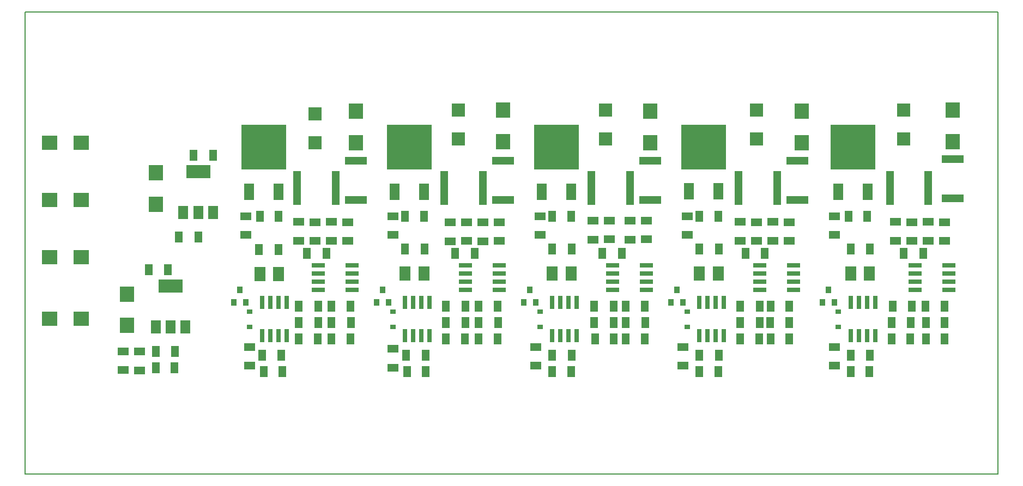
<source format=gbr>
G04 PROTEUS GERBER X2 FILE*
%TF.GenerationSoftware,Labcenter,Proteus,8.7-SP3-Build25561*%
%TF.CreationDate,2021-04-27T11:42:45+00:00*%
%TF.FileFunction,Paste,Top*%
%TF.FilePolarity,Positive*%
%TF.Part,Single*%
%TF.SameCoordinates,{6203c4a4-ae23-4678-9b2e-be1f49d5fe9b}*%
%FSLAX45Y45*%
%MOMM*%
G01*
%TA.AperFunction,Material*%
%ADD84R,1.193800X5.308600*%
%TA.AperFunction,Material*%
%ADD85R,1.524000X2.032000*%
%ADD86R,3.810000X2.032000*%
%TA.AperFunction,Material*%
%ADD87R,1.143000X1.803400*%
%ADD88R,2.108200X2.108200*%
%ADD89R,2.260600X2.362200*%
%ADD90R,3.403600X1.244600*%
%TA.AperFunction,Material*%
%ADD91R,6.985000X6.985000*%
%ADD92R,1.524000X2.540000*%
%TA.AperFunction,Material*%
%ADD93R,0.635000X2.032000*%
%TA.AperFunction,Material*%
%ADD94R,1.803400X1.143000*%
%ADD95R,1.803400X2.260600*%
%ADD96R,0.889000X0.635000*%
%TA.AperFunction,Material*%
%ADD97R,0.889000X1.016000*%
%TA.AperFunction,Material*%
%ADD98R,2.032000X0.635000*%
%TA.AperFunction,Material*%
%ADD99R,2.362200X2.260600*%
%TA.AperFunction,Profile*%
%ADD37C,0.203200*%
%TD.AperFunction*%
D84*
X-1778000Y+190500D03*
X-2378000Y+190500D03*
D85*
X-4145280Y-190500D03*
D86*
X-3914140Y+439420D03*
D85*
X-3914140Y-190500D03*
X-3683000Y-190500D03*
D87*
X-3983000Y+698500D03*
X-3683000Y+698500D03*
X-4214140Y-571500D03*
X-3914140Y-571500D03*
D88*
X-2095500Y+1339000D03*
X-2095500Y+889000D03*
D89*
X-1460500Y+889000D03*
X-1460500Y+1379000D03*
X-4572000Y-63500D03*
X-4572000Y+426500D03*
D90*
X-1460500Y+610000D03*
X-1460500Y+0D03*
D91*
X-2895600Y+817880D03*
D92*
X-3124200Y+127000D03*
X-2667000Y+127000D03*
D93*
X-2921000Y-2108200D03*
X-2794000Y-2108200D03*
X-2667000Y-2108200D03*
X-2540000Y-2108200D03*
X-2540000Y-1587500D03*
X-2667000Y-1587500D03*
X-2794000Y-1587500D03*
X-2921000Y-1587500D03*
D87*
X-2667000Y-254000D03*
X-2957000Y-254000D03*
D94*
X-3175000Y-254000D03*
X-3175000Y-544000D03*
D87*
X-2967000Y-768350D03*
X-2667000Y-768350D03*
D95*
X-2957000Y-1149350D03*
X-2667000Y-1149350D03*
D96*
X-3111500Y-1968500D03*
X-3111500Y-1733550D03*
D87*
X-2921000Y-2413000D03*
X-2621000Y-2413000D03*
X-2893500Y-2667000D03*
X-2603500Y-2667000D03*
D97*
X-3268980Y-1397000D03*
X-3362960Y-1587500D03*
X-3175000Y-1587500D03*
D94*
X-3111500Y-2286000D03*
X-3111500Y-2576000D03*
X-1587500Y-635000D03*
X-1587500Y-345000D03*
X-2095500Y-635000D03*
X-2095500Y-345000D03*
X-1841500Y-335000D03*
X-1841500Y-635000D03*
D98*
X-2044700Y-1016000D03*
X-2044700Y-1143000D03*
X-2044700Y-1270000D03*
X-2044700Y-1397000D03*
X-1524000Y-1397000D03*
X-1524000Y-1270000D03*
X-1524000Y-1143000D03*
X-1524000Y-1016000D03*
D87*
X-2222500Y-825500D03*
X-1922500Y-825500D03*
X-1841500Y-2159000D03*
X-1551500Y-2159000D03*
X-1841500Y-1651000D03*
X-1551500Y-1651000D03*
X-2349500Y-2159000D03*
X-2059500Y-2159000D03*
X-2349500Y-1651000D03*
X-2049500Y-1651000D03*
X-2349500Y-1905000D03*
X-2049500Y-1905000D03*
X-1841500Y-1905000D03*
X-1541500Y-1905000D03*
D94*
X-2349500Y-335000D03*
X-2349500Y-635000D03*
D91*
X-635000Y+817880D03*
D92*
X-863600Y+127000D03*
X-406400Y+127000D03*
D84*
X+508000Y+190500D03*
X-92000Y+190500D03*
D88*
X+127000Y+1397000D03*
X+127000Y+947000D03*
D89*
X+825500Y+907000D03*
X+825500Y+1397000D03*
D90*
X+825500Y+610000D03*
X+825500Y+0D03*
D98*
X+241300Y-1016000D03*
X+241300Y-1143000D03*
X+241300Y-1270000D03*
X+241300Y-1397000D03*
X+762000Y-1397000D03*
X+762000Y-1270000D03*
X+762000Y-1143000D03*
X+762000Y-1016000D03*
D94*
X-889000Y-254000D03*
X-889000Y-544000D03*
D87*
X-408500Y-254000D03*
X-698500Y-254000D03*
X-698500Y-762000D03*
X-398500Y-762000D03*
D95*
X-698500Y-1143000D03*
X-408500Y-1143000D03*
D97*
X-1046480Y-1397000D03*
X-1140460Y-1587500D03*
X-952500Y-1587500D03*
D96*
X-889000Y-1968500D03*
X-889000Y-1733550D03*
D93*
X-698500Y-2108200D03*
X-571500Y-2108200D03*
X-444500Y-2108200D03*
X-317500Y-2108200D03*
X-317500Y-1587500D03*
X-444500Y-1587500D03*
X-571500Y-1587500D03*
X-698500Y-1587500D03*
D94*
X-889000Y-2313500D03*
X-889000Y-2603500D03*
D87*
X-671000Y-2667000D03*
X-381000Y-2667000D03*
X-681000Y-2413000D03*
X-381000Y-2413000D03*
D94*
X+0Y-345000D03*
X+0Y-645000D03*
X+508000Y-345000D03*
X+508000Y-645000D03*
X+762000Y-635000D03*
X+762000Y-345000D03*
X+254000Y-635000D03*
X+254000Y-345000D03*
D87*
X+81000Y-825500D03*
X+381000Y-825500D03*
X-63500Y-1651000D03*
X+236500Y-1651000D03*
X-63500Y-1905000D03*
X+236500Y-1905000D03*
X-63500Y-2159000D03*
X+226500Y-2159000D03*
X+444500Y-1651000D03*
X+734500Y-1651000D03*
X+444500Y-2159000D03*
X+734500Y-2159000D03*
X+444500Y-1905000D03*
X+744500Y-1905000D03*
D89*
X+3111500Y+889000D03*
X+3111500Y+1379000D03*
D88*
X+2413000Y+1397000D03*
X+2413000Y+947000D03*
D96*
X+1397000Y-1968500D03*
X+1397000Y-1733550D03*
D84*
X+2794000Y+190500D03*
X+2194000Y+190500D03*
D97*
X+1239520Y-1397000D03*
X+1145540Y-1587500D03*
X+1333500Y-1587500D03*
D91*
X+1651000Y+817880D03*
D92*
X+1422400Y+127000D03*
X+1879600Y+127000D03*
D98*
X+2527300Y-1016000D03*
X+2527300Y-1143000D03*
X+2527300Y-1270000D03*
X+2527300Y-1397000D03*
X+3048000Y-1397000D03*
X+3048000Y-1270000D03*
X+3048000Y-1143000D03*
X+3048000Y-1016000D03*
D93*
X+1587500Y-2108200D03*
X+1714500Y-2108200D03*
X+1841500Y-2108200D03*
X+1968500Y-2108200D03*
X+1968500Y-1587500D03*
X+1841500Y-1587500D03*
X+1714500Y-1587500D03*
X+1587500Y-1587500D03*
D90*
X+3111500Y+610000D03*
X+3111500Y+0D03*
D87*
X+1587500Y-762000D03*
X+1887500Y-762000D03*
D95*
X+1587500Y-1143000D03*
X+1877500Y-1143000D03*
D94*
X+1397000Y-254000D03*
X+1397000Y-544000D03*
D87*
X+1877500Y-254000D03*
X+1587500Y-254000D03*
X+1587500Y-2667000D03*
X+1877500Y-2667000D03*
D94*
X+1333500Y-2286000D03*
X+1333500Y-2576000D03*
D87*
X+1587500Y-2413000D03*
X+1887500Y-2413000D03*
D94*
X+2222500Y-317500D03*
X+2222500Y-617500D03*
X+2476500Y-607500D03*
X+2476500Y-317500D03*
X+3048000Y-607500D03*
X+3048000Y-317500D03*
X+2794000Y-617500D03*
X+2794000Y-317500D03*
D87*
X+2367000Y-825500D03*
X+2667000Y-825500D03*
X+2730500Y-2159000D03*
X+3020500Y-2159000D03*
X+2730500Y-1651000D03*
X+3020500Y-1651000D03*
X+2250000Y-2159000D03*
X+2540000Y-2159000D03*
X+2240000Y-1905000D03*
X+2540000Y-1905000D03*
X+2730500Y-1905000D03*
X+3030500Y-1905000D03*
X+2240000Y-1651000D03*
X+2540000Y-1651000D03*
D89*
X+5461000Y+889000D03*
X+5461000Y+1379000D03*
D88*
X+4762500Y+1397000D03*
X+4762500Y+947000D03*
D96*
X+3683000Y-1968500D03*
X+3683000Y-1733550D03*
D84*
X+5080000Y+190500D03*
X+4480000Y+190500D03*
D97*
X+3525520Y-1397000D03*
X+3431540Y-1587500D03*
X+3619500Y-1587500D03*
D91*
X+3937000Y+825500D03*
D92*
X+3708400Y+134620D03*
X+4165600Y+134620D03*
D97*
X+5875020Y-1397000D03*
X+5781040Y-1587500D03*
X+5969000Y-1587500D03*
D91*
X+6261100Y+817880D03*
D92*
X+6032500Y+127000D03*
X+6489700Y+127000D03*
D90*
X+5397500Y+610000D03*
X+5397500Y+0D03*
X+7810500Y+635000D03*
X+7810500Y+25000D03*
D98*
X+4813300Y-1016000D03*
X+4813300Y-1143000D03*
X+4813300Y-1270000D03*
X+4813300Y-1397000D03*
X+5334000Y-1397000D03*
X+5334000Y-1270000D03*
X+5334000Y-1143000D03*
X+5334000Y-1016000D03*
D93*
X+3873500Y-2108200D03*
X+4000500Y-2108200D03*
X+4127500Y-2108200D03*
X+4254500Y-2108200D03*
X+4254500Y-1587500D03*
X+4127500Y-1587500D03*
X+4000500Y-1587500D03*
X+3873500Y-1587500D03*
D98*
X+7226300Y-1016000D03*
X+7226300Y-1143000D03*
X+7226300Y-1270000D03*
X+7226300Y-1397000D03*
X+7747000Y-1397000D03*
X+7747000Y-1270000D03*
X+7747000Y-1143000D03*
X+7747000Y-1016000D03*
D93*
X+6223000Y-2108200D03*
X+6350000Y-2108200D03*
X+6477000Y-2108200D03*
X+6604000Y-2108200D03*
X+6604000Y-1587500D03*
X+6477000Y-1587500D03*
X+6350000Y-1587500D03*
X+6223000Y-1587500D03*
D87*
X+3873500Y-2413000D03*
X+4173500Y-2413000D03*
X+3873500Y-762000D03*
X+4173500Y-762000D03*
D95*
X+3873500Y-1143000D03*
X+4163500Y-1143000D03*
D94*
X+3619500Y-2286000D03*
X+3619500Y-2576000D03*
X+3683000Y-254000D03*
X+3683000Y-544000D03*
D87*
X+4163500Y-254000D03*
X+3873500Y-254000D03*
X+3873500Y-2667000D03*
X+4163500Y-2667000D03*
D94*
X+5270500Y-635000D03*
X+5270500Y-345000D03*
X+4762500Y-635000D03*
X+4762500Y-345000D03*
D87*
X+4508500Y-2159000D03*
X+4798500Y-2159000D03*
X+4589500Y-825500D03*
X+4889500Y-825500D03*
D94*
X+5016500Y-335000D03*
X+5016500Y-635000D03*
X+4508500Y-335000D03*
X+4508500Y-635000D03*
D87*
X+4980500Y-2159000D03*
X+5270500Y-2159000D03*
X+4980500Y-1651000D03*
X+5270500Y-1651000D03*
X+7393500Y-2159000D03*
X+7683500Y-2159000D03*
X+4508500Y-1905000D03*
X+4808500Y-1905000D03*
X+4970500Y-1905000D03*
X+5270500Y-1905000D03*
X+4508500Y-1651000D03*
X+4808500Y-1651000D03*
D89*
X+7810500Y+907000D03*
X+7810500Y+1397000D03*
D88*
X+7048500Y+1397000D03*
X+7048500Y+947000D03*
D96*
X+6032500Y-1968500D03*
X+6032500Y-1733550D03*
D84*
X+7429500Y+190500D03*
X+6829500Y+190500D03*
D87*
X+6858000Y-1905000D03*
X+7158000Y-1905000D03*
X+6223000Y-762000D03*
X+6523000Y-762000D03*
D95*
X+6223000Y-1143000D03*
X+6513000Y-1143000D03*
D94*
X+5969000Y-254000D03*
X+5969000Y-544000D03*
D87*
X+6477000Y-254000D03*
X+6187000Y-254000D03*
D94*
X+5969000Y-2286000D03*
X+5969000Y-2576000D03*
D87*
X+6223000Y-2667000D03*
X+6513000Y-2667000D03*
X+6223000Y-2413000D03*
X+6523000Y-2413000D03*
X+7048500Y-825500D03*
X+7348500Y-825500D03*
X+7383500Y-1651000D03*
X+7683500Y-1651000D03*
D94*
X+7429500Y-335000D03*
X+7429500Y-635000D03*
D87*
X+6875500Y-1651000D03*
X+7175500Y-1651000D03*
D94*
X+6921500Y-335000D03*
X+6921500Y-635000D03*
D87*
X+7393500Y-1905000D03*
X+7683500Y-1905000D03*
D94*
X+7683500Y-635000D03*
X+7683500Y-345000D03*
X+7175500Y-635000D03*
X+7175500Y-345000D03*
D87*
X+6858000Y-2159000D03*
X+7148000Y-2159000D03*
D85*
X-4572000Y-1968500D03*
D86*
X-4340860Y-1338580D03*
D85*
X-4340860Y-1968500D03*
X-4109720Y-1968500D03*
D87*
X-4572000Y-2349500D03*
X-4272000Y-2349500D03*
X-4681500Y-1079500D03*
X-4381500Y-1079500D03*
D89*
X-5016500Y-1460500D03*
X-5016500Y-1950500D03*
D99*
X-6223000Y+889000D03*
X-5733000Y+889000D03*
X-6223000Y+0D03*
X-5733000Y+0D03*
X-6223000Y-889000D03*
X-5733000Y-889000D03*
X-6223000Y-1841500D03*
X-5733000Y-1841500D03*
D94*
X-4826000Y-2349500D03*
X-4826000Y-2649500D03*
D87*
X-4572000Y-2603500D03*
X-4282000Y-2603500D03*
D94*
X-5080000Y-2349500D03*
X-5080000Y-2639500D03*
D37*
X-6604000Y-4254500D02*
X+8509000Y-4254500D01*
X+8509000Y+2921000D01*
X-6604000Y+2921000D01*
X-6604000Y-4254500D01*
M02*

</source>
